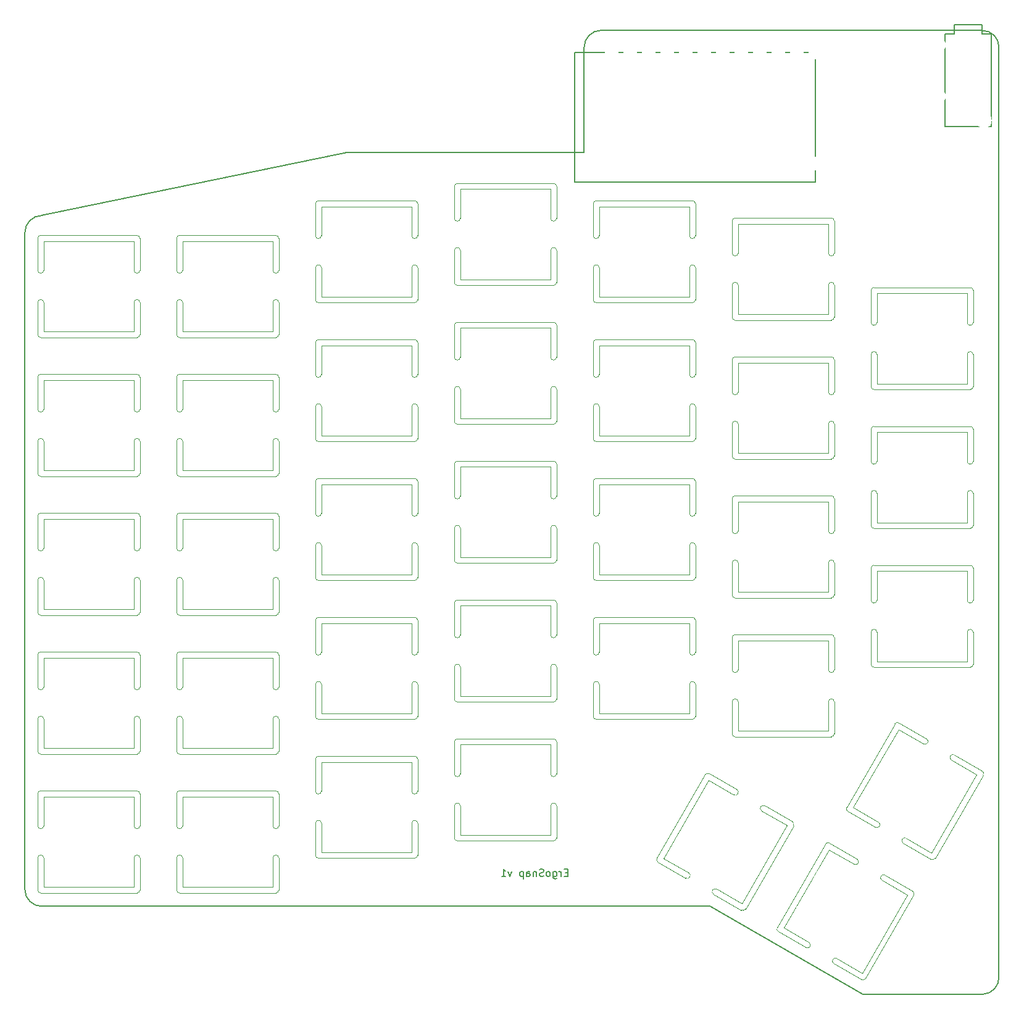
<source format=gbr>
G04 #@! TF.GenerationSoftware,KiCad,Pcbnew,5.1.2*
G04 #@! TF.CreationDate,2019-07-11T19:08:12+01:00*
G04 #@! TF.ProjectId,ergosnap,6572676f-736e-4617-902e-6b696361645f,1.0*
G04 #@! TF.SameCoordinates,Original*
G04 #@! TF.FileFunction,Legend,Bot*
G04 #@! TF.FilePolarity,Positive*
%FSLAX46Y46*%
G04 Gerber Fmt 4.6, Leading zero omitted, Abs format (unit mm)*
G04 Created by KiCad (PCBNEW 5.1.2) date 2019-07-11 19:08:12*
%MOMM*%
%LPD*%
G04 APERTURE LIST*
%ADD10C,0.150000*%
%ADD11C,0.100000*%
%ADD12O,2.100000X2.100000*%
%ADD13R,2.100000X2.100000*%
%ADD14O,2.000000X2.000000*%
%ADD15C,2.000000*%
%ADD16C,1.600000*%
%ADD17C,2.152600*%
%ADD18C,1.400000*%
%ADD19C,4.400000*%
%ADD20C,2.400000*%
%ADD21C,2.900000*%
%ADD22C,2.200000*%
%ADD23C,2.200000*%
%ADD24O,2.900000X2.200000*%
%ADD25C,1.924000*%
%ADD26C,6.800000*%
G04 APERTURE END LIST*
D10*
X152668000Y-138374571D02*
X152334666Y-138374571D01*
X152191809Y-138898380D02*
X152668000Y-138898380D01*
X152668000Y-137898380D01*
X152191809Y-137898380D01*
X151763238Y-138898380D02*
X151763238Y-138231714D01*
X151763238Y-138422190D02*
X151715619Y-138326952D01*
X151668000Y-138279333D01*
X151572761Y-138231714D01*
X151477523Y-138231714D01*
X150715619Y-138231714D02*
X150715619Y-139041238D01*
X150763238Y-139136476D01*
X150810857Y-139184095D01*
X150906095Y-139231714D01*
X151048952Y-139231714D01*
X151144190Y-139184095D01*
X150715619Y-138850761D02*
X150810857Y-138898380D01*
X151001333Y-138898380D01*
X151096571Y-138850761D01*
X151144190Y-138803142D01*
X151191809Y-138707904D01*
X151191809Y-138422190D01*
X151144190Y-138326952D01*
X151096571Y-138279333D01*
X151001333Y-138231714D01*
X150810857Y-138231714D01*
X150715619Y-138279333D01*
X150096571Y-138898380D02*
X150191809Y-138850761D01*
X150239428Y-138803142D01*
X150287047Y-138707904D01*
X150287047Y-138422190D01*
X150239428Y-138326952D01*
X150191809Y-138279333D01*
X150096571Y-138231714D01*
X149953714Y-138231714D01*
X149858476Y-138279333D01*
X149810857Y-138326952D01*
X149763238Y-138422190D01*
X149763238Y-138707904D01*
X149810857Y-138803142D01*
X149858476Y-138850761D01*
X149953714Y-138898380D01*
X150096571Y-138898380D01*
X149382285Y-138850761D02*
X149239428Y-138898380D01*
X149001333Y-138898380D01*
X148906095Y-138850761D01*
X148858476Y-138803142D01*
X148810857Y-138707904D01*
X148810857Y-138612666D01*
X148858476Y-138517428D01*
X148906095Y-138469809D01*
X149001333Y-138422190D01*
X149191809Y-138374571D01*
X149287047Y-138326952D01*
X149334666Y-138279333D01*
X149382285Y-138184095D01*
X149382285Y-138088857D01*
X149334666Y-137993619D01*
X149287047Y-137946000D01*
X149191809Y-137898380D01*
X148953714Y-137898380D01*
X148810857Y-137946000D01*
X148382285Y-138231714D02*
X148382285Y-138898380D01*
X148382285Y-138326952D02*
X148334666Y-138279333D01*
X148239428Y-138231714D01*
X148096571Y-138231714D01*
X148001333Y-138279333D01*
X147953714Y-138374571D01*
X147953714Y-138898380D01*
X147048952Y-138898380D02*
X147048952Y-138374571D01*
X147096571Y-138279333D01*
X147191809Y-138231714D01*
X147382285Y-138231714D01*
X147477523Y-138279333D01*
X147048952Y-138850761D02*
X147144190Y-138898380D01*
X147382285Y-138898380D01*
X147477523Y-138850761D01*
X147525142Y-138755523D01*
X147525142Y-138660285D01*
X147477523Y-138565047D01*
X147382285Y-138517428D01*
X147144190Y-138517428D01*
X147048952Y-138469809D01*
X146572761Y-138231714D02*
X146572761Y-139231714D01*
X146572761Y-138279333D02*
X146477523Y-138231714D01*
X146287047Y-138231714D01*
X146191809Y-138279333D01*
X146144190Y-138326952D01*
X146096571Y-138422190D01*
X146096571Y-138707904D01*
X146144190Y-138803142D01*
X146191809Y-138850761D01*
X146287047Y-138898380D01*
X146477523Y-138898380D01*
X146572761Y-138850761D01*
X145001333Y-138231714D02*
X144763238Y-138898380D01*
X144525142Y-138231714D01*
X143620380Y-138898380D02*
X144191809Y-138898380D01*
X143906095Y-138898380D02*
X143906095Y-137898380D01*
X144001333Y-138041238D01*
X144096571Y-138136476D01*
X144191809Y-138184095D01*
X209677000Y-155067000D02*
G75*
G03X211836000Y-152654000I-127000J2286000D01*
G01*
X154940000Y-39624000D02*
X122428000Y-39624000D01*
X154940000Y-25146000D02*
X154940000Y-39624000D01*
X209550000Y-22860000D02*
X157226000Y-22860000D01*
X211836000Y-58674000D02*
X211836000Y-25146000D01*
X209677000Y-155067000D02*
X193167000Y-155067000D01*
X211836000Y-126619000D02*
X211836000Y-152654000D01*
X172212000Y-143002000D02*
X193167000Y-155067000D01*
X211836000Y-122174000D02*
X211836000Y-126619000D01*
X211836000Y-110236000D02*
X211836000Y-122174000D01*
X211836000Y-58674000D02*
X211836000Y-110236000D01*
X211836000Y-25146000D02*
G75*
G03X209550000Y-22860000I-2286000J0D01*
G01*
X78232000Y-140716000D02*
X78232000Y-50546000D01*
X80518000Y-143002000D02*
X114808000Y-143002000D01*
X78232000Y-140716000D02*
G75*
G03X80518000Y-143002000I2286000J0D01*
G01*
X157226000Y-22860000D02*
G75*
G03X154940000Y-25146000I0J-2286000D01*
G01*
X80518000Y-48260000D02*
G75*
G03X78232000Y-50546000I0J-2286000D01*
G01*
X122428000Y-39624000D02*
X80518000Y-48260000D01*
X114808000Y-143002000D02*
X172212000Y-143002000D01*
X210820000Y-36068000D02*
X210820000Y-23368000D01*
X204470000Y-36068000D02*
X210820000Y-36068000D01*
X204470000Y-23368000D02*
X204470000Y-36068000D01*
X205740000Y-23368000D02*
X204470000Y-23368000D01*
X205740000Y-22098000D02*
X205740000Y-23368000D01*
X209550000Y-22098000D02*
X205740000Y-22098000D01*
X209550000Y-23368000D02*
X209550000Y-22098000D01*
X210820000Y-23368000D02*
X209550000Y-23368000D01*
D11*
X203077178Y-136418068D02*
X209677178Y-124986532D01*
X202584358Y-135671658D02*
X208784358Y-124932942D01*
X191845642Y-129471658D02*
X198045642Y-118732942D01*
X190952822Y-129418068D02*
X197552822Y-117986532D01*
X202584358Y-135671658D02*
X199120256Y-133671658D01*
X202530768Y-136564478D02*
X198720256Y-134364478D01*
X205320256Y-122932942D02*
X208784358Y-124932942D01*
X209530768Y-124440122D02*
X205720256Y-122240122D01*
X201509744Y-120732942D02*
X198045642Y-118732942D01*
X201909744Y-120040122D02*
X198099232Y-117840122D01*
X191845642Y-129471658D02*
X195309744Y-131471658D01*
X194909744Y-132164478D02*
X191099232Y-129964478D01*
X209530768Y-124440122D02*
G75*
G02X209677178Y-124986532I-200000J-346410D01*
G01*
X203077178Y-136418068D02*
G75*
G02X202530768Y-136564478I-346410J200000D01*
G01*
X191099232Y-129964478D02*
G75*
G02X190952822Y-129418068I200000J346410D01*
G01*
X197552822Y-117986532D02*
G75*
G02X198099232Y-117840122I346410J-200000D01*
G01*
X198720252Y-134364476D02*
G75*
G02X199120256Y-133671658I200004J346408D01*
G01*
X195309748Y-131471660D02*
G75*
G02X194909744Y-132164478I-200004J-346408D01*
G01*
X205320252Y-122932940D02*
G75*
G02X205720256Y-122240122I200004J346408D01*
G01*
X201909748Y-120040124D02*
G75*
G02X201509744Y-120732942I-200004J-346408D01*
G01*
X193552178Y-152916068D02*
X200152178Y-141484532D01*
X193059358Y-152169658D02*
X199259358Y-141430942D01*
X182320642Y-145969658D02*
X188520642Y-135230942D01*
X181427822Y-145916068D02*
X188027822Y-134484532D01*
X193059358Y-152169658D02*
X189595256Y-150169658D01*
X193005768Y-153062478D02*
X189195256Y-150862478D01*
X195795256Y-139430942D02*
X199259358Y-141430942D01*
X200005768Y-140938122D02*
X196195256Y-138738122D01*
X191984744Y-137230942D02*
X188520642Y-135230942D01*
X192384744Y-136538122D02*
X188574232Y-134338122D01*
X182320642Y-145969658D02*
X185784744Y-147969658D01*
X185384744Y-148662478D02*
X181574232Y-146462478D01*
X200005768Y-140938122D02*
G75*
G02X200152178Y-141484532I-200000J-346410D01*
G01*
X193552178Y-152916068D02*
G75*
G02X193005768Y-153062478I-346410J200000D01*
G01*
X181574232Y-146462478D02*
G75*
G02X181427822Y-145916068I200000J346410D01*
G01*
X188027822Y-134484532D02*
G75*
G02X188574232Y-134338122I346410J-200000D01*
G01*
X189195252Y-150862476D02*
G75*
G02X189595256Y-150169658I200004J346408D01*
G01*
X185784748Y-147969660D02*
G75*
G02X185384744Y-148662478I-200004J-346408D01*
G01*
X195795252Y-139430940D02*
G75*
G02X196195256Y-138738122I200004J346408D01*
G01*
X192384748Y-136538124D02*
G75*
G02X191984744Y-137230942I-200004J-346408D01*
G01*
X177054178Y-143391018D02*
X183654178Y-131959482D01*
X176561358Y-142644608D02*
X182761358Y-131905892D01*
X165822642Y-136444608D02*
X172022642Y-125705892D01*
X164929822Y-136391018D02*
X171529822Y-124959482D01*
X176561358Y-142644608D02*
X173097256Y-140644608D01*
X176507768Y-143537428D02*
X172697256Y-141337428D01*
X179297256Y-129905892D02*
X182761358Y-131905892D01*
X183507768Y-131413072D02*
X179697256Y-129213072D01*
X175486744Y-127705892D02*
X172022642Y-125705892D01*
X175886744Y-127013072D02*
X172076232Y-124813072D01*
X165822642Y-136444608D02*
X169286744Y-138444608D01*
X168886744Y-139137428D02*
X165076232Y-136937428D01*
X183507768Y-131413072D02*
G75*
G02X183654178Y-131959482I-200000J-346410D01*
G01*
X177054178Y-143391018D02*
G75*
G02X176507768Y-143537428I-346410J200000D01*
G01*
X165076232Y-136937428D02*
G75*
G02X164929822Y-136391018I200000J346410D01*
G01*
X171529822Y-124959482D02*
G75*
G02X172076232Y-124813072I346410J-200000D01*
G01*
X172697252Y-141337426D02*
G75*
G02X173097256Y-140644608I200004J346408D01*
G01*
X169286748Y-138444610D02*
G75*
G02X168886744Y-139137428I-200004J-346408D01*
G01*
X179297252Y-129905890D02*
G75*
G02X179697256Y-129213072I200004J346408D01*
G01*
X175886748Y-127013074D02*
G75*
G02X175486744Y-127705892I-200004J-346408D01*
G01*
X137545000Y-134031750D02*
X150745000Y-134031750D01*
X137945000Y-133231750D02*
X150345000Y-133231750D01*
X137945000Y-120831750D02*
X150345000Y-120831750D01*
X137545000Y-120031750D02*
X150745000Y-120031750D01*
X137945000Y-133231750D02*
X137945000Y-129231750D01*
X137145000Y-133631750D02*
X137145000Y-129231750D01*
X150345000Y-129231750D02*
X150345000Y-133231750D01*
X151145000Y-133631750D02*
X151145000Y-129231750D01*
X150345000Y-124831750D02*
X150345000Y-120831750D01*
X151145000Y-124831750D02*
X151145000Y-120431750D01*
X137945000Y-120831750D02*
X137945000Y-124831750D01*
X137145000Y-124831750D02*
X137145000Y-120431750D01*
X151145000Y-133631750D02*
G75*
G02X150745000Y-134031750I-400000J0D01*
G01*
X137545000Y-134031750D02*
G75*
G02X137145000Y-133631750I0J400000D01*
G01*
X137145000Y-120431750D02*
G75*
G02X137545000Y-120031750I400000J0D01*
G01*
X150745000Y-120031750D02*
G75*
G02X151145000Y-120431750I0J-400000D01*
G01*
X137145000Y-129231745D02*
G75*
G02X137945000Y-129231750I400000J-5D01*
G01*
X137945000Y-124831755D02*
G75*
G02X137145000Y-124831750I-400000J5D01*
G01*
X150345000Y-129231745D02*
G75*
G02X151145000Y-129231750I400000J-5D01*
G01*
X151145000Y-124831755D02*
G75*
G02X150345000Y-124831750I-400000J5D01*
G01*
X118495000Y-136413000D02*
X131695000Y-136413000D01*
X118895000Y-135613000D02*
X131295000Y-135613000D01*
X118895000Y-123213000D02*
X131295000Y-123213000D01*
X118495000Y-122413000D02*
X131695000Y-122413000D01*
X118895000Y-135613000D02*
X118895000Y-131613000D01*
X118095000Y-136013000D02*
X118095000Y-131613000D01*
X131295000Y-131613000D02*
X131295000Y-135613000D01*
X132095000Y-136013000D02*
X132095000Y-131613000D01*
X131295000Y-127213000D02*
X131295000Y-123213000D01*
X132095000Y-127213000D02*
X132095000Y-122813000D01*
X118895000Y-123213000D02*
X118895000Y-127213000D01*
X118095000Y-127213000D02*
X118095000Y-122813000D01*
X132095000Y-136013000D02*
G75*
G02X131695000Y-136413000I-400000J0D01*
G01*
X118495000Y-136413000D02*
G75*
G02X118095000Y-136013000I0J400000D01*
G01*
X118095000Y-122813000D02*
G75*
G02X118495000Y-122413000I400000J0D01*
G01*
X131695000Y-122413000D02*
G75*
G02X132095000Y-122813000I0J-400000D01*
G01*
X118095000Y-131612995D02*
G75*
G02X118895000Y-131613000I400000J-5D01*
G01*
X118895000Y-127213005D02*
G75*
G02X118095000Y-127213000I-400000J5D01*
G01*
X131295000Y-131612995D02*
G75*
G02X132095000Y-131613000I400000J-5D01*
G01*
X132095000Y-127213005D02*
G75*
G02X131295000Y-127213000I-400000J5D01*
G01*
X99445000Y-141175500D02*
X112645000Y-141175500D01*
X99845000Y-140375500D02*
X112245000Y-140375500D01*
X99845000Y-127975500D02*
X112245000Y-127975500D01*
X99445000Y-127175500D02*
X112645000Y-127175500D01*
X99845000Y-140375500D02*
X99845000Y-136375500D01*
X99045000Y-140775500D02*
X99045000Y-136375500D01*
X112245000Y-136375500D02*
X112245000Y-140375500D01*
X113045000Y-140775500D02*
X113045000Y-136375500D01*
X112245000Y-131975500D02*
X112245000Y-127975500D01*
X113045000Y-131975500D02*
X113045000Y-127575500D01*
X99845000Y-127975500D02*
X99845000Y-131975500D01*
X99045000Y-131975500D02*
X99045000Y-127575500D01*
X113045000Y-140775500D02*
G75*
G02X112645000Y-141175500I-400000J0D01*
G01*
X99445000Y-141175500D02*
G75*
G02X99045000Y-140775500I0J400000D01*
G01*
X99045000Y-127575500D02*
G75*
G02X99445000Y-127175500I400000J0D01*
G01*
X112645000Y-127175500D02*
G75*
G02X113045000Y-127575500I0J-400000D01*
G01*
X99045000Y-136375495D02*
G75*
G02X99845000Y-136375500I400000J-5D01*
G01*
X99845000Y-131975505D02*
G75*
G02X99045000Y-131975500I-400000J5D01*
G01*
X112245000Y-136375495D02*
G75*
G02X113045000Y-136375500I400000J-5D01*
G01*
X113045000Y-131975505D02*
G75*
G02X112245000Y-131975500I-400000J5D01*
G01*
X80395000Y-141175500D02*
X93595000Y-141175500D01*
X80795000Y-140375500D02*
X93195000Y-140375500D01*
X80795000Y-127975500D02*
X93195000Y-127975500D01*
X80395000Y-127175500D02*
X93595000Y-127175500D01*
X80795000Y-140375500D02*
X80795000Y-136375500D01*
X79995000Y-140775500D02*
X79995000Y-136375500D01*
X93195000Y-136375500D02*
X93195000Y-140375500D01*
X93995000Y-140775500D02*
X93995000Y-136375500D01*
X93195000Y-131975500D02*
X93195000Y-127975500D01*
X93995000Y-131975500D02*
X93995000Y-127575500D01*
X80795000Y-127975500D02*
X80795000Y-131975500D01*
X79995000Y-131975500D02*
X79995000Y-127575500D01*
X93995000Y-140775500D02*
G75*
G02X93595000Y-141175500I-400000J0D01*
G01*
X80395000Y-141175500D02*
G75*
G02X79995000Y-140775500I0J400000D01*
G01*
X79995000Y-127575500D02*
G75*
G02X80395000Y-127175500I400000J0D01*
G01*
X93595000Y-127175500D02*
G75*
G02X93995000Y-127575500I0J-400000D01*
G01*
X79995000Y-136375495D02*
G75*
G02X80795000Y-136375500I400000J-5D01*
G01*
X80795000Y-131975505D02*
G75*
G02X79995000Y-131975500I-400000J5D01*
G01*
X93195000Y-136375495D02*
G75*
G02X93995000Y-136375500I400000J-5D01*
G01*
X93995000Y-131975505D02*
G75*
G02X93195000Y-131975500I-400000J5D01*
G01*
X194695000Y-110219250D02*
X207895000Y-110219250D01*
X195095000Y-109419250D02*
X207495000Y-109419250D01*
X195095000Y-97019250D02*
X207495000Y-97019250D01*
X194695000Y-96219250D02*
X207895000Y-96219250D01*
X195095000Y-109419250D02*
X195095000Y-105419250D01*
X194295000Y-109819250D02*
X194295000Y-105419250D01*
X207495000Y-105419250D02*
X207495000Y-109419250D01*
X208295000Y-109819250D02*
X208295000Y-105419250D01*
X207495000Y-101019250D02*
X207495000Y-97019250D01*
X208295000Y-101019250D02*
X208295000Y-96619250D01*
X195095000Y-97019250D02*
X195095000Y-101019250D01*
X194295000Y-101019250D02*
X194295000Y-96619250D01*
X208295000Y-109819250D02*
G75*
G02X207895000Y-110219250I-400000J0D01*
G01*
X194695000Y-110219250D02*
G75*
G02X194295000Y-109819250I0J400000D01*
G01*
X194295000Y-96619250D02*
G75*
G02X194695000Y-96219250I400000J0D01*
G01*
X207895000Y-96219250D02*
G75*
G02X208295000Y-96619250I0J-400000D01*
G01*
X194295000Y-105419245D02*
G75*
G02X195095000Y-105419250I400000J-5D01*
G01*
X195095000Y-101019255D02*
G75*
G02X194295000Y-101019250I-400000J5D01*
G01*
X207495000Y-105419245D02*
G75*
G02X208295000Y-105419250I400000J-5D01*
G01*
X208295000Y-101019255D02*
G75*
G02X207495000Y-101019250I-400000J5D01*
G01*
X194695000Y-91169250D02*
X207895000Y-91169250D01*
X195095000Y-90369250D02*
X207495000Y-90369250D01*
X195095000Y-77969250D02*
X207495000Y-77969250D01*
X194695000Y-77169250D02*
X207895000Y-77169250D01*
X195095000Y-90369250D02*
X195095000Y-86369250D01*
X194295000Y-90769250D02*
X194295000Y-86369250D01*
X207495000Y-86369250D02*
X207495000Y-90369250D01*
X208295000Y-90769250D02*
X208295000Y-86369250D01*
X207495000Y-81969250D02*
X207495000Y-77969250D01*
X208295000Y-81969250D02*
X208295000Y-77569250D01*
X195095000Y-77969250D02*
X195095000Y-81969250D01*
X194295000Y-81969250D02*
X194295000Y-77569250D01*
X208295000Y-90769250D02*
G75*
G02X207895000Y-91169250I-400000J0D01*
G01*
X194695000Y-91169250D02*
G75*
G02X194295000Y-90769250I0J400000D01*
G01*
X194295000Y-77569250D02*
G75*
G02X194695000Y-77169250I400000J0D01*
G01*
X207895000Y-77169250D02*
G75*
G02X208295000Y-77569250I0J-400000D01*
G01*
X194295000Y-86369245D02*
G75*
G02X195095000Y-86369250I400000J-5D01*
G01*
X195095000Y-81969255D02*
G75*
G02X194295000Y-81969250I-400000J5D01*
G01*
X207495000Y-86369245D02*
G75*
G02X208295000Y-86369250I400000J-5D01*
G01*
X208295000Y-81969255D02*
G75*
G02X207495000Y-81969250I-400000J5D01*
G01*
X194695000Y-72119250D02*
X207895000Y-72119250D01*
X195095000Y-71319250D02*
X207495000Y-71319250D01*
X195095000Y-58919250D02*
X207495000Y-58919250D01*
X194695000Y-58119250D02*
X207895000Y-58119250D01*
X195095000Y-71319250D02*
X195095000Y-67319250D01*
X194295000Y-71719250D02*
X194295000Y-67319250D01*
X207495000Y-67319250D02*
X207495000Y-71319250D01*
X208295000Y-71719250D02*
X208295000Y-67319250D01*
X207495000Y-62919250D02*
X207495000Y-58919250D01*
X208295000Y-62919250D02*
X208295000Y-58519250D01*
X195095000Y-58919250D02*
X195095000Y-62919250D01*
X194295000Y-62919250D02*
X194295000Y-58519250D01*
X208295000Y-71719250D02*
G75*
G02X207895000Y-72119250I-400000J0D01*
G01*
X194695000Y-72119250D02*
G75*
G02X194295000Y-71719250I0J400000D01*
G01*
X194295000Y-58519250D02*
G75*
G02X194695000Y-58119250I400000J0D01*
G01*
X207895000Y-58119250D02*
G75*
G02X208295000Y-58519250I0J-400000D01*
G01*
X194295000Y-67319245D02*
G75*
G02X195095000Y-67319250I400000J-5D01*
G01*
X195095000Y-62919255D02*
G75*
G02X194295000Y-62919250I-400000J5D01*
G01*
X207495000Y-67319245D02*
G75*
G02X208295000Y-67319250I400000J-5D01*
G01*
X208295000Y-62919255D02*
G75*
G02X207495000Y-62919250I-400000J5D01*
G01*
X175645000Y-119744250D02*
X188845000Y-119744250D01*
X176045000Y-118944250D02*
X188445000Y-118944250D01*
X176045000Y-106544250D02*
X188445000Y-106544250D01*
X175645000Y-105744250D02*
X188845000Y-105744250D01*
X176045000Y-118944250D02*
X176045000Y-114944250D01*
X175245000Y-119344250D02*
X175245000Y-114944250D01*
X188445000Y-114944250D02*
X188445000Y-118944250D01*
X189245000Y-119344250D02*
X189245000Y-114944250D01*
X188445000Y-110544250D02*
X188445000Y-106544250D01*
X189245000Y-110544250D02*
X189245000Y-106144250D01*
X176045000Y-106544250D02*
X176045000Y-110544250D01*
X175245000Y-110544250D02*
X175245000Y-106144250D01*
X189245000Y-119344250D02*
G75*
G02X188845000Y-119744250I-400000J0D01*
G01*
X175645000Y-119744250D02*
G75*
G02X175245000Y-119344250I0J400000D01*
G01*
X175245000Y-106144250D02*
G75*
G02X175645000Y-105744250I400000J0D01*
G01*
X188845000Y-105744250D02*
G75*
G02X189245000Y-106144250I0J-400000D01*
G01*
X175245000Y-114944245D02*
G75*
G02X176045000Y-114944250I400000J-5D01*
G01*
X176045000Y-110544255D02*
G75*
G02X175245000Y-110544250I-400000J5D01*
G01*
X188445000Y-114944245D02*
G75*
G02X189245000Y-114944250I400000J-5D01*
G01*
X189245000Y-110544255D02*
G75*
G02X188445000Y-110544250I-400000J5D01*
G01*
X175645000Y-100694250D02*
X188845000Y-100694250D01*
X176045000Y-99894250D02*
X188445000Y-99894250D01*
X176045000Y-87494250D02*
X188445000Y-87494250D01*
X175645000Y-86694250D02*
X188845000Y-86694250D01*
X176045000Y-99894250D02*
X176045000Y-95894250D01*
X175245000Y-100294250D02*
X175245000Y-95894250D01*
X188445000Y-95894250D02*
X188445000Y-99894250D01*
X189245000Y-100294250D02*
X189245000Y-95894250D01*
X188445000Y-91494250D02*
X188445000Y-87494250D01*
X189245000Y-91494250D02*
X189245000Y-87094250D01*
X176045000Y-87494250D02*
X176045000Y-91494250D01*
X175245000Y-91494250D02*
X175245000Y-87094250D01*
X189245000Y-100294250D02*
G75*
G02X188845000Y-100694250I-400000J0D01*
G01*
X175645000Y-100694250D02*
G75*
G02X175245000Y-100294250I0J400000D01*
G01*
X175245000Y-87094250D02*
G75*
G02X175645000Y-86694250I400000J0D01*
G01*
X188845000Y-86694250D02*
G75*
G02X189245000Y-87094250I0J-400000D01*
G01*
X175245000Y-95894245D02*
G75*
G02X176045000Y-95894250I400000J-5D01*
G01*
X176045000Y-91494255D02*
G75*
G02X175245000Y-91494250I-400000J5D01*
G01*
X188445000Y-95894245D02*
G75*
G02X189245000Y-95894250I400000J-5D01*
G01*
X189245000Y-91494255D02*
G75*
G02X188445000Y-91494250I-400000J5D01*
G01*
X175645000Y-81644250D02*
X188845000Y-81644250D01*
X176045000Y-80844250D02*
X188445000Y-80844250D01*
X176045000Y-68444250D02*
X188445000Y-68444250D01*
X175645000Y-67644250D02*
X188845000Y-67644250D01*
X176045000Y-80844250D02*
X176045000Y-76844250D01*
X175245000Y-81244250D02*
X175245000Y-76844250D01*
X188445000Y-76844250D02*
X188445000Y-80844250D01*
X189245000Y-81244250D02*
X189245000Y-76844250D01*
X188445000Y-72444250D02*
X188445000Y-68444250D01*
X189245000Y-72444250D02*
X189245000Y-68044250D01*
X176045000Y-68444250D02*
X176045000Y-72444250D01*
X175245000Y-72444250D02*
X175245000Y-68044250D01*
X189245000Y-81244250D02*
G75*
G02X188845000Y-81644250I-400000J0D01*
G01*
X175645000Y-81644250D02*
G75*
G02X175245000Y-81244250I0J400000D01*
G01*
X175245000Y-68044250D02*
G75*
G02X175645000Y-67644250I400000J0D01*
G01*
X188845000Y-67644250D02*
G75*
G02X189245000Y-68044250I0J-400000D01*
G01*
X175245000Y-76844245D02*
G75*
G02X176045000Y-76844250I400000J-5D01*
G01*
X176045000Y-72444255D02*
G75*
G02X175245000Y-72444250I-400000J5D01*
G01*
X188445000Y-76844245D02*
G75*
G02X189245000Y-76844250I400000J-5D01*
G01*
X189245000Y-72444255D02*
G75*
G02X188445000Y-72444250I-400000J5D01*
G01*
X175645000Y-62594250D02*
X188845000Y-62594250D01*
X176045000Y-61794250D02*
X188445000Y-61794250D01*
X176045000Y-49394250D02*
X188445000Y-49394250D01*
X175645000Y-48594250D02*
X188845000Y-48594250D01*
X176045000Y-61794250D02*
X176045000Y-57794250D01*
X175245000Y-62194250D02*
X175245000Y-57794250D01*
X188445000Y-57794250D02*
X188445000Y-61794250D01*
X189245000Y-62194250D02*
X189245000Y-57794250D01*
X188445000Y-53394250D02*
X188445000Y-49394250D01*
X189245000Y-53394250D02*
X189245000Y-48994250D01*
X176045000Y-49394250D02*
X176045000Y-53394250D01*
X175245000Y-53394250D02*
X175245000Y-48994250D01*
X189245000Y-62194250D02*
G75*
G02X188845000Y-62594250I-400000J0D01*
G01*
X175645000Y-62594250D02*
G75*
G02X175245000Y-62194250I0J400000D01*
G01*
X175245000Y-48994250D02*
G75*
G02X175645000Y-48594250I400000J0D01*
G01*
X188845000Y-48594250D02*
G75*
G02X189245000Y-48994250I0J-400000D01*
G01*
X175245000Y-57794245D02*
G75*
G02X176045000Y-57794250I400000J-5D01*
G01*
X176045000Y-53394255D02*
G75*
G02X175245000Y-53394250I-400000J5D01*
G01*
X188445000Y-57794245D02*
G75*
G02X189245000Y-57794250I400000J-5D01*
G01*
X189245000Y-53394255D02*
G75*
G02X188445000Y-53394250I-400000J5D01*
G01*
X156595000Y-117363000D02*
X169795000Y-117363000D01*
X156995000Y-116563000D02*
X169395000Y-116563000D01*
X156995000Y-104163000D02*
X169395000Y-104163000D01*
X156595000Y-103363000D02*
X169795000Y-103363000D01*
X156995000Y-116563000D02*
X156995000Y-112563000D01*
X156195000Y-116963000D02*
X156195000Y-112563000D01*
X169395000Y-112563000D02*
X169395000Y-116563000D01*
X170195000Y-116963000D02*
X170195000Y-112563000D01*
X169395000Y-108163000D02*
X169395000Y-104163000D01*
X170195000Y-108163000D02*
X170195000Y-103763000D01*
X156995000Y-104163000D02*
X156995000Y-108163000D01*
X156195000Y-108163000D02*
X156195000Y-103763000D01*
X170195000Y-116963000D02*
G75*
G02X169795000Y-117363000I-400000J0D01*
G01*
X156595000Y-117363000D02*
G75*
G02X156195000Y-116963000I0J400000D01*
G01*
X156195000Y-103763000D02*
G75*
G02X156595000Y-103363000I400000J0D01*
G01*
X169795000Y-103363000D02*
G75*
G02X170195000Y-103763000I0J-400000D01*
G01*
X156195000Y-112562995D02*
G75*
G02X156995000Y-112563000I400000J-5D01*
G01*
X156995000Y-108163005D02*
G75*
G02X156195000Y-108163000I-400000J5D01*
G01*
X169395000Y-112562995D02*
G75*
G02X170195000Y-112563000I400000J-5D01*
G01*
X170195000Y-108163005D02*
G75*
G02X169395000Y-108163000I-400000J5D01*
G01*
X156595000Y-98313000D02*
X169795000Y-98313000D01*
X156995000Y-97513000D02*
X169395000Y-97513000D01*
X156995000Y-85113000D02*
X169395000Y-85113000D01*
X156595000Y-84313000D02*
X169795000Y-84313000D01*
X156995000Y-97513000D02*
X156995000Y-93513000D01*
X156195000Y-97913000D02*
X156195000Y-93513000D01*
X169395000Y-93513000D02*
X169395000Y-97513000D01*
X170195000Y-97913000D02*
X170195000Y-93513000D01*
X169395000Y-89113000D02*
X169395000Y-85113000D01*
X170195000Y-89113000D02*
X170195000Y-84713000D01*
X156995000Y-85113000D02*
X156995000Y-89113000D01*
X156195000Y-89113000D02*
X156195000Y-84713000D01*
X170195000Y-97913000D02*
G75*
G02X169795000Y-98313000I-400000J0D01*
G01*
X156595000Y-98313000D02*
G75*
G02X156195000Y-97913000I0J400000D01*
G01*
X156195000Y-84713000D02*
G75*
G02X156595000Y-84313000I400000J0D01*
G01*
X169795000Y-84313000D02*
G75*
G02X170195000Y-84713000I0J-400000D01*
G01*
X156195000Y-93512995D02*
G75*
G02X156995000Y-93513000I400000J-5D01*
G01*
X156995000Y-89113005D02*
G75*
G02X156195000Y-89113000I-400000J5D01*
G01*
X169395000Y-93512995D02*
G75*
G02X170195000Y-93513000I400000J-5D01*
G01*
X170195000Y-89113005D02*
G75*
G02X169395000Y-89113000I-400000J5D01*
G01*
X156595000Y-79263000D02*
X169795000Y-79263000D01*
X156995000Y-78463000D02*
X169395000Y-78463000D01*
X156995000Y-66063000D02*
X169395000Y-66063000D01*
X156595000Y-65263000D02*
X169795000Y-65263000D01*
X156995000Y-78463000D02*
X156995000Y-74463000D01*
X156195000Y-78863000D02*
X156195000Y-74463000D01*
X169395000Y-74463000D02*
X169395000Y-78463000D01*
X170195000Y-78863000D02*
X170195000Y-74463000D01*
X169395000Y-70063000D02*
X169395000Y-66063000D01*
X170195000Y-70063000D02*
X170195000Y-65663000D01*
X156995000Y-66063000D02*
X156995000Y-70063000D01*
X156195000Y-70063000D02*
X156195000Y-65663000D01*
X170195000Y-78863000D02*
G75*
G02X169795000Y-79263000I-400000J0D01*
G01*
X156595000Y-79263000D02*
G75*
G02X156195000Y-78863000I0J400000D01*
G01*
X156195000Y-65663000D02*
G75*
G02X156595000Y-65263000I400000J0D01*
G01*
X169795000Y-65263000D02*
G75*
G02X170195000Y-65663000I0J-400000D01*
G01*
X156195000Y-74462995D02*
G75*
G02X156995000Y-74463000I400000J-5D01*
G01*
X156995000Y-70063005D02*
G75*
G02X156195000Y-70063000I-400000J5D01*
G01*
X169395000Y-74462995D02*
G75*
G02X170195000Y-74463000I400000J-5D01*
G01*
X170195000Y-70063005D02*
G75*
G02X169395000Y-70063000I-400000J5D01*
G01*
X156595000Y-60213000D02*
X169795000Y-60213000D01*
X156995000Y-59413000D02*
X169395000Y-59413000D01*
X156995000Y-47013000D02*
X169395000Y-47013000D01*
X156595000Y-46213000D02*
X169795000Y-46213000D01*
X156995000Y-59413000D02*
X156995000Y-55413000D01*
X156195000Y-59813000D02*
X156195000Y-55413000D01*
X169395000Y-55413000D02*
X169395000Y-59413000D01*
X170195000Y-59813000D02*
X170195000Y-55413000D01*
X169395000Y-51013000D02*
X169395000Y-47013000D01*
X170195000Y-51013000D02*
X170195000Y-46613000D01*
X156995000Y-47013000D02*
X156995000Y-51013000D01*
X156195000Y-51013000D02*
X156195000Y-46613000D01*
X170195000Y-59813000D02*
G75*
G02X169795000Y-60213000I-400000J0D01*
G01*
X156595000Y-60213000D02*
G75*
G02X156195000Y-59813000I0J400000D01*
G01*
X156195000Y-46613000D02*
G75*
G02X156595000Y-46213000I400000J0D01*
G01*
X169795000Y-46213000D02*
G75*
G02X170195000Y-46613000I0J-400000D01*
G01*
X156195000Y-55412995D02*
G75*
G02X156995000Y-55413000I400000J-5D01*
G01*
X156995000Y-51013005D02*
G75*
G02X156195000Y-51013000I-400000J5D01*
G01*
X169395000Y-55412995D02*
G75*
G02X170195000Y-55413000I400000J-5D01*
G01*
X170195000Y-51013005D02*
G75*
G02X169395000Y-51013000I-400000J5D01*
G01*
X137545000Y-114981750D02*
X150745000Y-114981750D01*
X137945000Y-114181750D02*
X150345000Y-114181750D01*
X137945000Y-101781750D02*
X150345000Y-101781750D01*
X137545000Y-100981750D02*
X150745000Y-100981750D01*
X137945000Y-114181750D02*
X137945000Y-110181750D01*
X137145000Y-114581750D02*
X137145000Y-110181750D01*
X150345000Y-110181750D02*
X150345000Y-114181750D01*
X151145000Y-114581750D02*
X151145000Y-110181750D01*
X150345000Y-105781750D02*
X150345000Y-101781750D01*
X151145000Y-105781750D02*
X151145000Y-101381750D01*
X137945000Y-101781750D02*
X137945000Y-105781750D01*
X137145000Y-105781750D02*
X137145000Y-101381750D01*
X151145000Y-114581750D02*
G75*
G02X150745000Y-114981750I-400000J0D01*
G01*
X137545000Y-114981750D02*
G75*
G02X137145000Y-114581750I0J400000D01*
G01*
X137145000Y-101381750D02*
G75*
G02X137545000Y-100981750I400000J0D01*
G01*
X150745000Y-100981750D02*
G75*
G02X151145000Y-101381750I0J-400000D01*
G01*
X137145000Y-110181745D02*
G75*
G02X137945000Y-110181750I400000J-5D01*
G01*
X137945000Y-105781755D02*
G75*
G02X137145000Y-105781750I-400000J5D01*
G01*
X150345000Y-110181745D02*
G75*
G02X151145000Y-110181750I400000J-5D01*
G01*
X151145000Y-105781755D02*
G75*
G02X150345000Y-105781750I-400000J5D01*
G01*
X137545000Y-95931750D02*
X150745000Y-95931750D01*
X137945000Y-95131750D02*
X150345000Y-95131750D01*
X137945000Y-82731750D02*
X150345000Y-82731750D01*
X137545000Y-81931750D02*
X150745000Y-81931750D01*
X137945000Y-95131750D02*
X137945000Y-91131750D01*
X137145000Y-95531750D02*
X137145000Y-91131750D01*
X150345000Y-91131750D02*
X150345000Y-95131750D01*
X151145000Y-95531750D02*
X151145000Y-91131750D01*
X150345000Y-86731750D02*
X150345000Y-82731750D01*
X151145000Y-86731750D02*
X151145000Y-82331750D01*
X137945000Y-82731750D02*
X137945000Y-86731750D01*
X137145000Y-86731750D02*
X137145000Y-82331750D01*
X151145000Y-95531750D02*
G75*
G02X150745000Y-95931750I-400000J0D01*
G01*
X137545000Y-95931750D02*
G75*
G02X137145000Y-95531750I0J400000D01*
G01*
X137145000Y-82331750D02*
G75*
G02X137545000Y-81931750I400000J0D01*
G01*
X150745000Y-81931750D02*
G75*
G02X151145000Y-82331750I0J-400000D01*
G01*
X137145000Y-91131745D02*
G75*
G02X137945000Y-91131750I400000J-5D01*
G01*
X137945000Y-86731755D02*
G75*
G02X137145000Y-86731750I-400000J5D01*
G01*
X150345000Y-91131745D02*
G75*
G02X151145000Y-91131750I400000J-5D01*
G01*
X151145000Y-86731755D02*
G75*
G02X150345000Y-86731750I-400000J5D01*
G01*
X137545000Y-76881750D02*
X150745000Y-76881750D01*
X137945000Y-76081750D02*
X150345000Y-76081750D01*
X137945000Y-63681750D02*
X150345000Y-63681750D01*
X137545000Y-62881750D02*
X150745000Y-62881750D01*
X137945000Y-76081750D02*
X137945000Y-72081750D01*
X137145000Y-76481750D02*
X137145000Y-72081750D01*
X150345000Y-72081750D02*
X150345000Y-76081750D01*
X151145000Y-76481750D02*
X151145000Y-72081750D01*
X150345000Y-67681750D02*
X150345000Y-63681750D01*
X151145000Y-67681750D02*
X151145000Y-63281750D01*
X137945000Y-63681750D02*
X137945000Y-67681750D01*
X137145000Y-67681750D02*
X137145000Y-63281750D01*
X151145000Y-76481750D02*
G75*
G02X150745000Y-76881750I-400000J0D01*
G01*
X137545000Y-76881750D02*
G75*
G02X137145000Y-76481750I0J400000D01*
G01*
X137145000Y-63281750D02*
G75*
G02X137545000Y-62881750I400000J0D01*
G01*
X150745000Y-62881750D02*
G75*
G02X151145000Y-63281750I0J-400000D01*
G01*
X137145000Y-72081745D02*
G75*
G02X137945000Y-72081750I400000J-5D01*
G01*
X137945000Y-67681755D02*
G75*
G02X137145000Y-67681750I-400000J5D01*
G01*
X150345000Y-72081745D02*
G75*
G02X151145000Y-72081750I400000J-5D01*
G01*
X151145000Y-67681755D02*
G75*
G02X150345000Y-67681750I-400000J5D01*
G01*
X137545000Y-57831750D02*
X150745000Y-57831750D01*
X137945000Y-57031750D02*
X150345000Y-57031750D01*
X137945000Y-44631750D02*
X150345000Y-44631750D01*
X137545000Y-43831750D02*
X150745000Y-43831750D01*
X137945000Y-57031750D02*
X137945000Y-53031750D01*
X137145000Y-57431750D02*
X137145000Y-53031750D01*
X150345000Y-53031750D02*
X150345000Y-57031750D01*
X151145000Y-57431750D02*
X151145000Y-53031750D01*
X150345000Y-48631750D02*
X150345000Y-44631750D01*
X151145000Y-48631750D02*
X151145000Y-44231750D01*
X137945000Y-44631750D02*
X137945000Y-48631750D01*
X137145000Y-48631750D02*
X137145000Y-44231750D01*
X151145000Y-57431750D02*
G75*
G02X150745000Y-57831750I-400000J0D01*
G01*
X137545000Y-57831750D02*
G75*
G02X137145000Y-57431750I0J400000D01*
G01*
X137145000Y-44231750D02*
G75*
G02X137545000Y-43831750I400000J0D01*
G01*
X150745000Y-43831750D02*
G75*
G02X151145000Y-44231750I0J-400000D01*
G01*
X137145000Y-53031745D02*
G75*
G02X137945000Y-53031750I400000J-5D01*
G01*
X137945000Y-48631755D02*
G75*
G02X137145000Y-48631750I-400000J5D01*
G01*
X150345000Y-53031745D02*
G75*
G02X151145000Y-53031750I400000J-5D01*
G01*
X151145000Y-48631755D02*
G75*
G02X150345000Y-48631750I-400000J5D01*
G01*
X118495000Y-117363000D02*
X131695000Y-117363000D01*
X118895000Y-116563000D02*
X131295000Y-116563000D01*
X118895000Y-104163000D02*
X131295000Y-104163000D01*
X118495000Y-103363000D02*
X131695000Y-103363000D01*
X118895000Y-116563000D02*
X118895000Y-112563000D01*
X118095000Y-116963000D02*
X118095000Y-112563000D01*
X131295000Y-112563000D02*
X131295000Y-116563000D01*
X132095000Y-116963000D02*
X132095000Y-112563000D01*
X131295000Y-108163000D02*
X131295000Y-104163000D01*
X132095000Y-108163000D02*
X132095000Y-103763000D01*
X118895000Y-104163000D02*
X118895000Y-108163000D01*
X118095000Y-108163000D02*
X118095000Y-103763000D01*
X132095000Y-116963000D02*
G75*
G02X131695000Y-117363000I-400000J0D01*
G01*
X118495000Y-117363000D02*
G75*
G02X118095000Y-116963000I0J400000D01*
G01*
X118095000Y-103763000D02*
G75*
G02X118495000Y-103363000I400000J0D01*
G01*
X131695000Y-103363000D02*
G75*
G02X132095000Y-103763000I0J-400000D01*
G01*
X118095000Y-112562995D02*
G75*
G02X118895000Y-112563000I400000J-5D01*
G01*
X118895000Y-108163005D02*
G75*
G02X118095000Y-108163000I-400000J5D01*
G01*
X131295000Y-112562995D02*
G75*
G02X132095000Y-112563000I400000J-5D01*
G01*
X132095000Y-108163005D02*
G75*
G02X131295000Y-108163000I-400000J5D01*
G01*
X118495000Y-98313000D02*
X131695000Y-98313000D01*
X118895000Y-97513000D02*
X131295000Y-97513000D01*
X118895000Y-85113000D02*
X131295000Y-85113000D01*
X118495000Y-84313000D02*
X131695000Y-84313000D01*
X118895000Y-97513000D02*
X118895000Y-93513000D01*
X118095000Y-97913000D02*
X118095000Y-93513000D01*
X131295000Y-93513000D02*
X131295000Y-97513000D01*
X132095000Y-97913000D02*
X132095000Y-93513000D01*
X131295000Y-89113000D02*
X131295000Y-85113000D01*
X132095000Y-89113000D02*
X132095000Y-84713000D01*
X118895000Y-85113000D02*
X118895000Y-89113000D01*
X118095000Y-89113000D02*
X118095000Y-84713000D01*
X132095000Y-97913000D02*
G75*
G02X131695000Y-98313000I-400000J0D01*
G01*
X118495000Y-98313000D02*
G75*
G02X118095000Y-97913000I0J400000D01*
G01*
X118095000Y-84713000D02*
G75*
G02X118495000Y-84313000I400000J0D01*
G01*
X131695000Y-84313000D02*
G75*
G02X132095000Y-84713000I0J-400000D01*
G01*
X118095000Y-93512995D02*
G75*
G02X118895000Y-93513000I400000J-5D01*
G01*
X118895000Y-89113005D02*
G75*
G02X118095000Y-89113000I-400000J5D01*
G01*
X131295000Y-93512995D02*
G75*
G02X132095000Y-93513000I400000J-5D01*
G01*
X132095000Y-89113005D02*
G75*
G02X131295000Y-89113000I-400000J5D01*
G01*
X118495000Y-79263000D02*
X131695000Y-79263000D01*
X118895000Y-78463000D02*
X131295000Y-78463000D01*
X118895000Y-66063000D02*
X131295000Y-66063000D01*
X118495000Y-65263000D02*
X131695000Y-65263000D01*
X118895000Y-78463000D02*
X118895000Y-74463000D01*
X118095000Y-78863000D02*
X118095000Y-74463000D01*
X131295000Y-74463000D02*
X131295000Y-78463000D01*
X132095000Y-78863000D02*
X132095000Y-74463000D01*
X131295000Y-70063000D02*
X131295000Y-66063000D01*
X132095000Y-70063000D02*
X132095000Y-65663000D01*
X118895000Y-66063000D02*
X118895000Y-70063000D01*
X118095000Y-70063000D02*
X118095000Y-65663000D01*
X132095000Y-78863000D02*
G75*
G02X131695000Y-79263000I-400000J0D01*
G01*
X118495000Y-79263000D02*
G75*
G02X118095000Y-78863000I0J400000D01*
G01*
X118095000Y-65663000D02*
G75*
G02X118495000Y-65263000I400000J0D01*
G01*
X131695000Y-65263000D02*
G75*
G02X132095000Y-65663000I0J-400000D01*
G01*
X118095000Y-74462995D02*
G75*
G02X118895000Y-74463000I400000J-5D01*
G01*
X118895000Y-70063005D02*
G75*
G02X118095000Y-70063000I-400000J5D01*
G01*
X131295000Y-74462995D02*
G75*
G02X132095000Y-74463000I400000J-5D01*
G01*
X132095000Y-70063005D02*
G75*
G02X131295000Y-70063000I-400000J5D01*
G01*
X118495000Y-60213000D02*
X131695000Y-60213000D01*
X118895000Y-59413000D02*
X131295000Y-59413000D01*
X118895000Y-47013000D02*
X131295000Y-47013000D01*
X118495000Y-46213000D02*
X131695000Y-46213000D01*
X118895000Y-59413000D02*
X118895000Y-55413000D01*
X118095000Y-59813000D02*
X118095000Y-55413000D01*
X131295000Y-55413000D02*
X131295000Y-59413000D01*
X132095000Y-59813000D02*
X132095000Y-55413000D01*
X131295000Y-51013000D02*
X131295000Y-47013000D01*
X132095000Y-51013000D02*
X132095000Y-46613000D01*
X118895000Y-47013000D02*
X118895000Y-51013000D01*
X118095000Y-51013000D02*
X118095000Y-46613000D01*
X132095000Y-59813000D02*
G75*
G02X131695000Y-60213000I-400000J0D01*
G01*
X118495000Y-60213000D02*
G75*
G02X118095000Y-59813000I0J400000D01*
G01*
X118095000Y-46613000D02*
G75*
G02X118495000Y-46213000I400000J0D01*
G01*
X131695000Y-46213000D02*
G75*
G02X132095000Y-46613000I0J-400000D01*
G01*
X118095000Y-55412995D02*
G75*
G02X118895000Y-55413000I400000J-5D01*
G01*
X118895000Y-51013005D02*
G75*
G02X118095000Y-51013000I-400000J5D01*
G01*
X131295000Y-55412995D02*
G75*
G02X132095000Y-55413000I400000J-5D01*
G01*
X132095000Y-51013005D02*
G75*
G02X131295000Y-51013000I-400000J5D01*
G01*
X99445000Y-122125500D02*
X112645000Y-122125500D01*
X99845000Y-121325500D02*
X112245000Y-121325500D01*
X99845000Y-108925500D02*
X112245000Y-108925500D01*
X99445000Y-108125500D02*
X112645000Y-108125500D01*
X99845000Y-121325500D02*
X99845000Y-117325500D01*
X99045000Y-121725500D02*
X99045000Y-117325500D01*
X112245000Y-117325500D02*
X112245000Y-121325500D01*
X113045000Y-121725500D02*
X113045000Y-117325500D01*
X112245000Y-112925500D02*
X112245000Y-108925500D01*
X113045000Y-112925500D02*
X113045000Y-108525500D01*
X99845000Y-108925500D02*
X99845000Y-112925500D01*
X99045000Y-112925500D02*
X99045000Y-108525500D01*
X113045000Y-121725500D02*
G75*
G02X112645000Y-122125500I-400000J0D01*
G01*
X99445000Y-122125500D02*
G75*
G02X99045000Y-121725500I0J400000D01*
G01*
X99045000Y-108525500D02*
G75*
G02X99445000Y-108125500I400000J0D01*
G01*
X112645000Y-108125500D02*
G75*
G02X113045000Y-108525500I0J-400000D01*
G01*
X99045000Y-117325495D02*
G75*
G02X99845000Y-117325500I400000J-5D01*
G01*
X99845000Y-112925505D02*
G75*
G02X99045000Y-112925500I-400000J5D01*
G01*
X112245000Y-117325495D02*
G75*
G02X113045000Y-117325500I400000J-5D01*
G01*
X113045000Y-112925505D02*
G75*
G02X112245000Y-112925500I-400000J5D01*
G01*
X99445000Y-103075500D02*
X112645000Y-103075500D01*
X99845000Y-102275500D02*
X112245000Y-102275500D01*
X99845000Y-89875500D02*
X112245000Y-89875500D01*
X99445000Y-89075500D02*
X112645000Y-89075500D01*
X99845000Y-102275500D02*
X99845000Y-98275500D01*
X99045000Y-102675500D02*
X99045000Y-98275500D01*
X112245000Y-98275500D02*
X112245000Y-102275500D01*
X113045000Y-102675500D02*
X113045000Y-98275500D01*
X112245000Y-93875500D02*
X112245000Y-89875500D01*
X113045000Y-93875500D02*
X113045000Y-89475500D01*
X99845000Y-89875500D02*
X99845000Y-93875500D01*
X99045000Y-93875500D02*
X99045000Y-89475500D01*
X113045000Y-102675500D02*
G75*
G02X112645000Y-103075500I-400000J0D01*
G01*
X99445000Y-103075500D02*
G75*
G02X99045000Y-102675500I0J400000D01*
G01*
X99045000Y-89475500D02*
G75*
G02X99445000Y-89075500I400000J0D01*
G01*
X112645000Y-89075500D02*
G75*
G02X113045000Y-89475500I0J-400000D01*
G01*
X99045000Y-98275495D02*
G75*
G02X99845000Y-98275500I400000J-5D01*
G01*
X99845000Y-93875505D02*
G75*
G02X99045000Y-93875500I-400000J5D01*
G01*
X112245000Y-98275495D02*
G75*
G02X113045000Y-98275500I400000J-5D01*
G01*
X113045000Y-93875505D02*
G75*
G02X112245000Y-93875500I-400000J5D01*
G01*
X99445000Y-84025500D02*
X112645000Y-84025500D01*
X99845000Y-83225500D02*
X112245000Y-83225500D01*
X99845000Y-70825500D02*
X112245000Y-70825500D01*
X99445000Y-70025500D02*
X112645000Y-70025500D01*
X99845000Y-83225500D02*
X99845000Y-79225500D01*
X99045000Y-83625500D02*
X99045000Y-79225500D01*
X112245000Y-79225500D02*
X112245000Y-83225500D01*
X113045000Y-83625500D02*
X113045000Y-79225500D01*
X112245000Y-74825500D02*
X112245000Y-70825500D01*
X113045000Y-74825500D02*
X113045000Y-70425500D01*
X99845000Y-70825500D02*
X99845000Y-74825500D01*
X99045000Y-74825500D02*
X99045000Y-70425500D01*
X113045000Y-83625500D02*
G75*
G02X112645000Y-84025500I-400000J0D01*
G01*
X99445000Y-84025500D02*
G75*
G02X99045000Y-83625500I0J400000D01*
G01*
X99045000Y-70425500D02*
G75*
G02X99445000Y-70025500I400000J0D01*
G01*
X112645000Y-70025500D02*
G75*
G02X113045000Y-70425500I0J-400000D01*
G01*
X99045000Y-79225495D02*
G75*
G02X99845000Y-79225500I400000J-5D01*
G01*
X99845000Y-74825505D02*
G75*
G02X99045000Y-74825500I-400000J5D01*
G01*
X112245000Y-79225495D02*
G75*
G02X113045000Y-79225500I400000J-5D01*
G01*
X113045000Y-74825505D02*
G75*
G02X112245000Y-74825500I-400000J5D01*
G01*
X99445000Y-64975500D02*
X112645000Y-64975500D01*
X99845000Y-64175500D02*
X112245000Y-64175500D01*
X99845000Y-51775500D02*
X112245000Y-51775500D01*
X99445000Y-50975500D02*
X112645000Y-50975500D01*
X99845000Y-64175500D02*
X99845000Y-60175500D01*
X99045000Y-64575500D02*
X99045000Y-60175500D01*
X112245000Y-60175500D02*
X112245000Y-64175500D01*
X113045000Y-64575500D02*
X113045000Y-60175500D01*
X112245000Y-55775500D02*
X112245000Y-51775500D01*
X113045000Y-55775500D02*
X113045000Y-51375500D01*
X99845000Y-51775500D02*
X99845000Y-55775500D01*
X99045000Y-55775500D02*
X99045000Y-51375500D01*
X113045000Y-64575500D02*
G75*
G02X112645000Y-64975500I-400000J0D01*
G01*
X99445000Y-64975500D02*
G75*
G02X99045000Y-64575500I0J400000D01*
G01*
X99045000Y-51375500D02*
G75*
G02X99445000Y-50975500I400000J0D01*
G01*
X112645000Y-50975500D02*
G75*
G02X113045000Y-51375500I0J-400000D01*
G01*
X99045000Y-60175495D02*
G75*
G02X99845000Y-60175500I400000J-5D01*
G01*
X99845000Y-55775505D02*
G75*
G02X99045000Y-55775500I-400000J5D01*
G01*
X112245000Y-60175495D02*
G75*
G02X113045000Y-60175500I400000J-5D01*
G01*
X113045000Y-55775505D02*
G75*
G02X112245000Y-55775500I-400000J5D01*
G01*
X80395000Y-122125500D02*
X93595000Y-122125500D01*
X80795000Y-121325500D02*
X93195000Y-121325500D01*
X80795000Y-108925500D02*
X93195000Y-108925500D01*
X80395000Y-108125500D02*
X93595000Y-108125500D01*
X80795000Y-121325500D02*
X80795000Y-117325500D01*
X79995000Y-121725500D02*
X79995000Y-117325500D01*
X93195000Y-117325500D02*
X93195000Y-121325500D01*
X93995000Y-121725500D02*
X93995000Y-117325500D01*
X93195000Y-112925500D02*
X93195000Y-108925500D01*
X93995000Y-112925500D02*
X93995000Y-108525500D01*
X80795000Y-108925500D02*
X80795000Y-112925500D01*
X79995000Y-112925500D02*
X79995000Y-108525500D01*
X93995000Y-121725500D02*
G75*
G02X93595000Y-122125500I-400000J0D01*
G01*
X80395000Y-122125500D02*
G75*
G02X79995000Y-121725500I0J400000D01*
G01*
X79995000Y-108525500D02*
G75*
G02X80395000Y-108125500I400000J0D01*
G01*
X93595000Y-108125500D02*
G75*
G02X93995000Y-108525500I0J-400000D01*
G01*
X79995000Y-117325495D02*
G75*
G02X80795000Y-117325500I400000J-5D01*
G01*
X80795000Y-112925505D02*
G75*
G02X79995000Y-112925500I-400000J5D01*
G01*
X93195000Y-117325495D02*
G75*
G02X93995000Y-117325500I400000J-5D01*
G01*
X93995000Y-112925505D02*
G75*
G02X93195000Y-112925500I-400000J5D01*
G01*
X80395000Y-103075500D02*
X93595000Y-103075500D01*
X80795000Y-102275500D02*
X93195000Y-102275500D01*
X80795000Y-89875500D02*
X93195000Y-89875500D01*
X80395000Y-89075500D02*
X93595000Y-89075500D01*
X80795000Y-102275500D02*
X80795000Y-98275500D01*
X79995000Y-102675500D02*
X79995000Y-98275500D01*
X93195000Y-98275500D02*
X93195000Y-102275500D01*
X93995000Y-102675500D02*
X93995000Y-98275500D01*
X93195000Y-93875500D02*
X93195000Y-89875500D01*
X93995000Y-93875500D02*
X93995000Y-89475500D01*
X80795000Y-89875500D02*
X80795000Y-93875500D01*
X79995000Y-93875500D02*
X79995000Y-89475500D01*
X93995000Y-102675500D02*
G75*
G02X93595000Y-103075500I-400000J0D01*
G01*
X80395000Y-103075500D02*
G75*
G02X79995000Y-102675500I0J400000D01*
G01*
X79995000Y-89475500D02*
G75*
G02X80395000Y-89075500I400000J0D01*
G01*
X93595000Y-89075500D02*
G75*
G02X93995000Y-89475500I0J-400000D01*
G01*
X79995000Y-98275495D02*
G75*
G02X80795000Y-98275500I400000J-5D01*
G01*
X80795000Y-93875505D02*
G75*
G02X79995000Y-93875500I-400000J5D01*
G01*
X93195000Y-98275495D02*
G75*
G02X93995000Y-98275500I400000J-5D01*
G01*
X93995000Y-93875505D02*
G75*
G02X93195000Y-93875500I-400000J5D01*
G01*
X80395000Y-84025500D02*
X93595000Y-84025500D01*
X80795000Y-83225500D02*
X93195000Y-83225500D01*
X80795000Y-70825500D02*
X93195000Y-70825500D01*
X80395000Y-70025500D02*
X93595000Y-70025500D01*
X80795000Y-83225500D02*
X80795000Y-79225500D01*
X79995000Y-83625500D02*
X79995000Y-79225500D01*
X93195000Y-79225500D02*
X93195000Y-83225500D01*
X93995000Y-83625500D02*
X93995000Y-79225500D01*
X93195000Y-74825500D02*
X93195000Y-70825500D01*
X93995000Y-74825500D02*
X93995000Y-70425500D01*
X80795000Y-70825500D02*
X80795000Y-74825500D01*
X79995000Y-74825500D02*
X79995000Y-70425500D01*
X93995000Y-83625500D02*
G75*
G02X93595000Y-84025500I-400000J0D01*
G01*
X80395000Y-84025500D02*
G75*
G02X79995000Y-83625500I0J400000D01*
G01*
X79995000Y-70425500D02*
G75*
G02X80395000Y-70025500I400000J0D01*
G01*
X93595000Y-70025500D02*
G75*
G02X93995000Y-70425500I0J-400000D01*
G01*
X79995000Y-79225495D02*
G75*
G02X80795000Y-79225500I400000J-5D01*
G01*
X80795000Y-74825505D02*
G75*
G02X79995000Y-74825500I-400000J5D01*
G01*
X93195000Y-79225495D02*
G75*
G02X93995000Y-79225500I400000J-5D01*
G01*
X93995000Y-74825505D02*
G75*
G02X93195000Y-74825500I-400000J5D01*
G01*
D10*
X186690000Y-43688000D02*
X153670000Y-43688000D01*
X186690000Y-25908000D02*
X186690000Y-43688000D01*
X153670000Y-25908000D02*
X186690000Y-25908000D01*
X153670000Y-43688000D02*
X153670000Y-25908000D01*
D11*
X80395000Y-64975500D02*
X93595000Y-64975500D01*
X80795000Y-64175500D02*
X93195000Y-64175500D01*
X80795000Y-51775500D02*
X93195000Y-51775500D01*
X80395000Y-50975500D02*
X93595000Y-50975500D01*
X80795000Y-64175500D02*
X80795000Y-60175500D01*
X79995000Y-64575500D02*
X79995000Y-60175500D01*
X93195000Y-60175500D02*
X93195000Y-64175500D01*
X93995000Y-64575500D02*
X93995000Y-60175500D01*
X93195000Y-55775500D02*
X93195000Y-51775500D01*
X93995000Y-55775500D02*
X93995000Y-51375500D01*
X80795000Y-51775500D02*
X80795000Y-55775500D01*
X79995000Y-55775500D02*
X79995000Y-51375500D01*
X93995000Y-64575500D02*
G75*
G02X93595000Y-64975500I-400000J0D01*
G01*
X80395000Y-64975500D02*
G75*
G02X79995000Y-64575500I0J400000D01*
G01*
X79995000Y-51375500D02*
G75*
G02X80395000Y-50975500I400000J0D01*
G01*
X93595000Y-50975500D02*
G75*
G02X93995000Y-51375500I0J-400000D01*
G01*
X79995000Y-60175495D02*
G75*
G02X80795000Y-60175500I400000J-5D01*
G01*
X80795000Y-55775505D02*
G75*
G02X79995000Y-55775500I-400000J5D01*
G01*
X93195000Y-60175495D02*
G75*
G02X93995000Y-60175500I400000J-5D01*
G01*
X93995000Y-55775505D02*
G75*
G02X93195000Y-55775500I-400000J5D01*
G01*
%LPC*%
D12*
X207368000Y-51056000D03*
X207368000Y-48516000D03*
X207368000Y-45976000D03*
X207368000Y-43436000D03*
D13*
X207368000Y-40896000D03*
D14*
X192786000Y-28702000D03*
D15*
X192786000Y-38862000D03*
D14*
X198120000Y-26416000D03*
D15*
X198120000Y-36576000D03*
D16*
X207740000Y-31868000D03*
X203740000Y-31868000D03*
D17*
X205740000Y-26668000D03*
X209740000Y-35168000D03*
X205740000Y-33668000D03*
X201740000Y-35168000D03*
X205740000Y-29668000D03*
D16*
X203740000Y-24868000D03*
X207740000Y-24868000D03*
D18*
X196965000Y-133004670D03*
X197831025Y-133504670D03*
X196098975Y-132504670D03*
X204531025Y-121899930D03*
X202798975Y-120899930D03*
X203665000Y-121399930D03*
D15*
X194510591Y-127095831D03*
X197320591Y-122228769D03*
D11*
G36*
X197686616Y-123594794D02*
G01*
X195954566Y-122594794D01*
X196954566Y-120862744D01*
X198686616Y-121862744D01*
X197686616Y-123594794D01*
X197686616Y-123594794D01*
G37*
D19*
X200315000Y-127202300D03*
D20*
X202855000Y-122802891D03*
X197775000Y-131601709D03*
D21*
X204419705Y-125172743D03*
D22*
X203268433Y-131840405D03*
D23*
X203093433Y-132143514D02*
X203443433Y-131537296D01*
D21*
X200609705Y-131771857D03*
D22*
X205808433Y-127440995D03*
D23*
X205633433Y-127744104D02*
X205983433Y-127137886D01*
D18*
X187440000Y-149502670D03*
X188306025Y-150002670D03*
X186573975Y-149002670D03*
X195006025Y-138397930D03*
X193273975Y-137397930D03*
X194140000Y-137897930D03*
D15*
X184985591Y-143593831D03*
X187795591Y-138726769D03*
D11*
G36*
X188161616Y-140092794D02*
G01*
X186429566Y-139092794D01*
X187429566Y-137360744D01*
X189161616Y-138360744D01*
X188161616Y-140092794D01*
X188161616Y-140092794D01*
G37*
D19*
X190790000Y-143700300D03*
D20*
X193330000Y-139300891D03*
X188250000Y-148099709D03*
D21*
X194894705Y-141670743D03*
D22*
X193743433Y-148338405D03*
D23*
X193568433Y-148641514D02*
X193918433Y-148035296D01*
D21*
X191084705Y-148269857D03*
D22*
X196283433Y-143938995D03*
D23*
X196108433Y-144242104D02*
X196458433Y-143635886D01*
D18*
X170942000Y-139977620D03*
X171808025Y-140477620D03*
X170075975Y-139477620D03*
X178508025Y-128872880D03*
X176775975Y-127872880D03*
X177642000Y-128372880D03*
D15*
X168487591Y-134068781D03*
X171297591Y-129201719D03*
D11*
G36*
X171663616Y-130567744D02*
G01*
X169931566Y-129567744D01*
X170931566Y-127835694D01*
X172663616Y-128835694D01*
X171663616Y-130567744D01*
X171663616Y-130567744D01*
G37*
D19*
X174292000Y-134175250D03*
D20*
X176832000Y-129775841D03*
X171752000Y-138574659D03*
D21*
X178396705Y-132145693D03*
D22*
X177245433Y-138813355D03*
D23*
X177070433Y-139116464D02*
X177420433Y-138510246D01*
D21*
X174586705Y-138744807D03*
D22*
X179785433Y-134413945D03*
D23*
X179610433Y-134717054D02*
X179960433Y-134110836D01*
D18*
X137445000Y-127031750D03*
X137445000Y-128031750D03*
X137445000Y-126031750D03*
X150845000Y-128031750D03*
X150845000Y-126031750D03*
X150845000Y-127031750D03*
D15*
X141335000Y-121951750D03*
X146955000Y-121951750D03*
D11*
G36*
X145955000Y-122951750D02*
G01*
X145955000Y-120951750D01*
X147955000Y-120951750D01*
X147955000Y-122951750D01*
X145955000Y-122951750D01*
X145955000Y-122951750D01*
G37*
D19*
X144145000Y-127031750D03*
D20*
X149225000Y-127031750D03*
X139065000Y-127031750D03*
D21*
X147955000Y-129571750D03*
D24*
X141605000Y-131908550D03*
D21*
X140335000Y-129571750D03*
D24*
X146685000Y-131908550D03*
D18*
X118395000Y-129413000D03*
X118395000Y-130413000D03*
X118395000Y-128413000D03*
X131795000Y-130413000D03*
X131795000Y-128413000D03*
X131795000Y-129413000D03*
D15*
X122285000Y-124333000D03*
X127905000Y-124333000D03*
D11*
G36*
X126905000Y-125333000D02*
G01*
X126905000Y-123333000D01*
X128905000Y-123333000D01*
X128905000Y-125333000D01*
X126905000Y-125333000D01*
X126905000Y-125333000D01*
G37*
D19*
X125095000Y-129413000D03*
D20*
X130175000Y-129413000D03*
X120015000Y-129413000D03*
D21*
X128905000Y-131953000D03*
D24*
X122555000Y-134289800D03*
D21*
X121285000Y-131953000D03*
D24*
X127635000Y-134289800D03*
D18*
X99345000Y-134175500D03*
X99345000Y-135175500D03*
X99345000Y-133175500D03*
X112745000Y-135175500D03*
X112745000Y-133175500D03*
X112745000Y-134175500D03*
D15*
X103235000Y-129095500D03*
X108855000Y-129095500D03*
D11*
G36*
X107855000Y-130095500D02*
G01*
X107855000Y-128095500D01*
X109855000Y-128095500D01*
X109855000Y-130095500D01*
X107855000Y-130095500D01*
X107855000Y-130095500D01*
G37*
D19*
X106045000Y-134175500D03*
D20*
X111125000Y-134175500D03*
X100965000Y-134175500D03*
D21*
X109855000Y-136715500D03*
D24*
X103505000Y-139052300D03*
D21*
X102235000Y-136715500D03*
D24*
X108585000Y-139052300D03*
D18*
X80295000Y-134175500D03*
X80295000Y-135175500D03*
X80295000Y-133175500D03*
X93695000Y-135175500D03*
X93695000Y-133175500D03*
X93695000Y-134175500D03*
D15*
X84185000Y-129095500D03*
X89805000Y-129095500D03*
D11*
G36*
X88805000Y-130095500D02*
G01*
X88805000Y-128095500D01*
X90805000Y-128095500D01*
X90805000Y-130095500D01*
X88805000Y-130095500D01*
X88805000Y-130095500D01*
G37*
D19*
X86995000Y-134175500D03*
D20*
X92075000Y-134175500D03*
X81915000Y-134175500D03*
D21*
X90805000Y-136715500D03*
D24*
X84455000Y-139052300D03*
D21*
X83185000Y-136715500D03*
D24*
X89535000Y-139052300D03*
D18*
X194595000Y-103219250D03*
X194595000Y-104219250D03*
X194595000Y-102219250D03*
X207995000Y-104219250D03*
X207995000Y-102219250D03*
X207995000Y-103219250D03*
D15*
X198485000Y-98139250D03*
X204105000Y-98139250D03*
D11*
G36*
X203105000Y-99139250D02*
G01*
X203105000Y-97139250D01*
X205105000Y-97139250D01*
X205105000Y-99139250D01*
X203105000Y-99139250D01*
X203105000Y-99139250D01*
G37*
D19*
X201295000Y-103219250D03*
D20*
X206375000Y-103219250D03*
X196215000Y-103219250D03*
D21*
X205105000Y-105759250D03*
D24*
X198755000Y-108096050D03*
D21*
X197485000Y-105759250D03*
D24*
X203835000Y-108096050D03*
D18*
X194595000Y-84169250D03*
X194595000Y-85169250D03*
X194595000Y-83169250D03*
X207995000Y-85169250D03*
X207995000Y-83169250D03*
X207995000Y-84169250D03*
D15*
X198485000Y-79089250D03*
X204105000Y-79089250D03*
D11*
G36*
X203105000Y-80089250D02*
G01*
X203105000Y-78089250D01*
X205105000Y-78089250D01*
X205105000Y-80089250D01*
X203105000Y-80089250D01*
X203105000Y-80089250D01*
G37*
D19*
X201295000Y-84169250D03*
D20*
X206375000Y-84169250D03*
X196215000Y-84169250D03*
D21*
X205105000Y-86709250D03*
D24*
X198755000Y-89046050D03*
D21*
X197485000Y-86709250D03*
D24*
X203835000Y-89046050D03*
D18*
X194595000Y-65119250D03*
X194595000Y-66119250D03*
X194595000Y-64119250D03*
X207995000Y-66119250D03*
X207995000Y-64119250D03*
X207995000Y-65119250D03*
D15*
X198485000Y-60039250D03*
X204105000Y-60039250D03*
D11*
G36*
X203105000Y-61039250D02*
G01*
X203105000Y-59039250D01*
X205105000Y-59039250D01*
X205105000Y-61039250D01*
X203105000Y-61039250D01*
X203105000Y-61039250D01*
G37*
D19*
X201295000Y-65119250D03*
D20*
X206375000Y-65119250D03*
X196215000Y-65119250D03*
D21*
X205105000Y-67659250D03*
D24*
X198755000Y-69996050D03*
D21*
X197485000Y-67659250D03*
D24*
X203835000Y-69996050D03*
D18*
X175545000Y-112744250D03*
X175545000Y-113744250D03*
X175545000Y-111744250D03*
X188945000Y-113744250D03*
X188945000Y-111744250D03*
X188945000Y-112744250D03*
D15*
X179435000Y-107664250D03*
X185055000Y-107664250D03*
D11*
G36*
X184055000Y-108664250D02*
G01*
X184055000Y-106664250D01*
X186055000Y-106664250D01*
X186055000Y-108664250D01*
X184055000Y-108664250D01*
X184055000Y-108664250D01*
G37*
D19*
X182245000Y-112744250D03*
D20*
X187325000Y-112744250D03*
X177165000Y-112744250D03*
D21*
X186055000Y-115284250D03*
D24*
X179705000Y-117621050D03*
D21*
X178435000Y-115284250D03*
D24*
X184785000Y-117621050D03*
D18*
X175545000Y-93694250D03*
X175545000Y-94694250D03*
X175545000Y-92694250D03*
X188945000Y-94694250D03*
X188945000Y-92694250D03*
X188945000Y-93694250D03*
D15*
X179435000Y-88614250D03*
X185055000Y-88614250D03*
D11*
G36*
X184055000Y-89614250D02*
G01*
X184055000Y-87614250D01*
X186055000Y-87614250D01*
X186055000Y-89614250D01*
X184055000Y-89614250D01*
X184055000Y-89614250D01*
G37*
D19*
X182245000Y-93694250D03*
D20*
X187325000Y-93694250D03*
X177165000Y-93694250D03*
D21*
X186055000Y-96234250D03*
D24*
X179705000Y-98571050D03*
D21*
X178435000Y-96234250D03*
D24*
X184785000Y-98571050D03*
D18*
X175545000Y-74644250D03*
X175545000Y-75644250D03*
X175545000Y-73644250D03*
X188945000Y-75644250D03*
X188945000Y-73644250D03*
X188945000Y-74644250D03*
D15*
X179435000Y-69564250D03*
X185055000Y-69564250D03*
D11*
G36*
X184055000Y-70564250D02*
G01*
X184055000Y-68564250D01*
X186055000Y-68564250D01*
X186055000Y-70564250D01*
X184055000Y-70564250D01*
X184055000Y-70564250D01*
G37*
D19*
X182245000Y-74644250D03*
D20*
X187325000Y-74644250D03*
X177165000Y-74644250D03*
D21*
X186055000Y-77184250D03*
D24*
X179705000Y-79521050D03*
D21*
X178435000Y-77184250D03*
D24*
X184785000Y-79521050D03*
D18*
X175545000Y-55594250D03*
X175545000Y-56594250D03*
X175545000Y-54594250D03*
X188945000Y-56594250D03*
X188945000Y-54594250D03*
X188945000Y-55594250D03*
D15*
X179435000Y-50514250D03*
X185055000Y-50514250D03*
D11*
G36*
X184055000Y-51514250D02*
G01*
X184055000Y-49514250D01*
X186055000Y-49514250D01*
X186055000Y-51514250D01*
X184055000Y-51514250D01*
X184055000Y-51514250D01*
G37*
D19*
X182245000Y-55594250D03*
D20*
X187325000Y-55594250D03*
X177165000Y-55594250D03*
D21*
X186055000Y-58134250D03*
D24*
X179705000Y-60471050D03*
D21*
X178435000Y-58134250D03*
D24*
X184785000Y-60471050D03*
D18*
X156495000Y-110363000D03*
X156495000Y-111363000D03*
X156495000Y-109363000D03*
X169895000Y-111363000D03*
X169895000Y-109363000D03*
X169895000Y-110363000D03*
D15*
X160385000Y-105283000D03*
X166005000Y-105283000D03*
D11*
G36*
X165005000Y-106283000D02*
G01*
X165005000Y-104283000D01*
X167005000Y-104283000D01*
X167005000Y-106283000D01*
X165005000Y-106283000D01*
X165005000Y-106283000D01*
G37*
D19*
X163195000Y-110363000D03*
D20*
X168275000Y-110363000D03*
X158115000Y-110363000D03*
D21*
X167005000Y-112903000D03*
D24*
X160655000Y-115239800D03*
D21*
X159385000Y-112903000D03*
D24*
X165735000Y-115239800D03*
D18*
X156495000Y-91313000D03*
X156495000Y-92313000D03*
X156495000Y-90313000D03*
X169895000Y-92313000D03*
X169895000Y-90313000D03*
X169895000Y-91313000D03*
D15*
X160385000Y-86233000D03*
X166005000Y-86233000D03*
D11*
G36*
X165005000Y-87233000D02*
G01*
X165005000Y-85233000D01*
X167005000Y-85233000D01*
X167005000Y-87233000D01*
X165005000Y-87233000D01*
X165005000Y-87233000D01*
G37*
D19*
X163195000Y-91313000D03*
D20*
X168275000Y-91313000D03*
X158115000Y-91313000D03*
D21*
X167005000Y-93853000D03*
D24*
X160655000Y-96189800D03*
D21*
X159385000Y-93853000D03*
D24*
X165735000Y-96189800D03*
D18*
X156495000Y-72263000D03*
X156495000Y-73263000D03*
X156495000Y-71263000D03*
X169895000Y-73263000D03*
X169895000Y-71263000D03*
X169895000Y-72263000D03*
D15*
X160385000Y-67183000D03*
X166005000Y-67183000D03*
D11*
G36*
X165005000Y-68183000D02*
G01*
X165005000Y-66183000D01*
X167005000Y-66183000D01*
X167005000Y-68183000D01*
X165005000Y-68183000D01*
X165005000Y-68183000D01*
G37*
D19*
X163195000Y-72263000D03*
D20*
X168275000Y-72263000D03*
X158115000Y-72263000D03*
D21*
X167005000Y-74803000D03*
D24*
X160655000Y-77139800D03*
D21*
X159385000Y-74803000D03*
D24*
X165735000Y-77139800D03*
D18*
X156495000Y-53213000D03*
X156495000Y-54213000D03*
X156495000Y-52213000D03*
X169895000Y-54213000D03*
X169895000Y-52213000D03*
X169895000Y-53213000D03*
D15*
X160385000Y-48133000D03*
X166005000Y-48133000D03*
D11*
G36*
X165005000Y-49133000D02*
G01*
X165005000Y-47133000D01*
X167005000Y-47133000D01*
X167005000Y-49133000D01*
X165005000Y-49133000D01*
X165005000Y-49133000D01*
G37*
D19*
X163195000Y-53213000D03*
D20*
X168275000Y-53213000D03*
X158115000Y-53213000D03*
D21*
X167005000Y-55753000D03*
D24*
X160655000Y-58089800D03*
D21*
X159385000Y-55753000D03*
D24*
X165735000Y-58089800D03*
D18*
X137445000Y-107981750D03*
X137445000Y-108981750D03*
X137445000Y-106981750D03*
X150845000Y-108981750D03*
X150845000Y-106981750D03*
X150845000Y-107981750D03*
D15*
X141335000Y-102901750D03*
X146955000Y-102901750D03*
D11*
G36*
X145955000Y-103901750D02*
G01*
X145955000Y-101901750D01*
X147955000Y-101901750D01*
X147955000Y-103901750D01*
X145955000Y-103901750D01*
X145955000Y-103901750D01*
G37*
D19*
X144145000Y-107981750D03*
D20*
X149225000Y-107981750D03*
X139065000Y-107981750D03*
D21*
X147955000Y-110521750D03*
D24*
X141605000Y-112858550D03*
D21*
X140335000Y-110521750D03*
D24*
X146685000Y-112858550D03*
D18*
X137445000Y-88931750D03*
X137445000Y-89931750D03*
X137445000Y-87931750D03*
X150845000Y-89931750D03*
X150845000Y-87931750D03*
X150845000Y-88931750D03*
D15*
X141335000Y-83851750D03*
X146955000Y-83851750D03*
D11*
G36*
X145955000Y-84851750D02*
G01*
X145955000Y-82851750D01*
X147955000Y-82851750D01*
X147955000Y-84851750D01*
X145955000Y-84851750D01*
X145955000Y-84851750D01*
G37*
D19*
X144145000Y-88931750D03*
D20*
X149225000Y-88931750D03*
X139065000Y-88931750D03*
D21*
X147955000Y-91471750D03*
D24*
X141605000Y-93808550D03*
D21*
X140335000Y-91471750D03*
D24*
X146685000Y-93808550D03*
D18*
X137445000Y-69881750D03*
X137445000Y-70881750D03*
X137445000Y-68881750D03*
X150845000Y-70881750D03*
X150845000Y-68881750D03*
X150845000Y-69881750D03*
D15*
X141335000Y-64801750D03*
X146955000Y-64801750D03*
D11*
G36*
X145955000Y-65801750D02*
G01*
X145955000Y-63801750D01*
X147955000Y-63801750D01*
X147955000Y-65801750D01*
X145955000Y-65801750D01*
X145955000Y-65801750D01*
G37*
D19*
X144145000Y-69881750D03*
D20*
X149225000Y-69881750D03*
X139065000Y-69881750D03*
D21*
X147955000Y-72421750D03*
D24*
X141605000Y-74758550D03*
D21*
X140335000Y-72421750D03*
D24*
X146685000Y-74758550D03*
D18*
X137445000Y-50831750D03*
X137445000Y-51831750D03*
X137445000Y-49831750D03*
X150845000Y-51831750D03*
X150845000Y-49831750D03*
X150845000Y-50831750D03*
D15*
X141335000Y-45751750D03*
X146955000Y-45751750D03*
D11*
G36*
X145955000Y-46751750D02*
G01*
X145955000Y-44751750D01*
X147955000Y-44751750D01*
X147955000Y-46751750D01*
X145955000Y-46751750D01*
X145955000Y-46751750D01*
G37*
D19*
X144145000Y-50831750D03*
D20*
X149225000Y-50831750D03*
X139065000Y-50831750D03*
D21*
X147955000Y-53371750D03*
D24*
X141605000Y-55708550D03*
D21*
X140335000Y-53371750D03*
D24*
X146685000Y-55708550D03*
D18*
X118395000Y-110363000D03*
X118395000Y-111363000D03*
X118395000Y-109363000D03*
X131795000Y-111363000D03*
X131795000Y-109363000D03*
X131795000Y-110363000D03*
D15*
X122285000Y-105283000D03*
X127905000Y-105283000D03*
D11*
G36*
X126905000Y-106283000D02*
G01*
X126905000Y-104283000D01*
X128905000Y-104283000D01*
X128905000Y-106283000D01*
X126905000Y-106283000D01*
X126905000Y-106283000D01*
G37*
D19*
X125095000Y-110363000D03*
D20*
X130175000Y-110363000D03*
X120015000Y-110363000D03*
D21*
X128905000Y-112903000D03*
D24*
X122555000Y-115239800D03*
D21*
X121285000Y-112903000D03*
D24*
X127635000Y-115239800D03*
D18*
X118395000Y-91313000D03*
X118395000Y-92313000D03*
X118395000Y-90313000D03*
X131795000Y-92313000D03*
X131795000Y-90313000D03*
X131795000Y-91313000D03*
D15*
X122285000Y-86233000D03*
X127905000Y-86233000D03*
D11*
G36*
X126905000Y-87233000D02*
G01*
X126905000Y-85233000D01*
X128905000Y-85233000D01*
X128905000Y-87233000D01*
X126905000Y-87233000D01*
X126905000Y-87233000D01*
G37*
D19*
X125095000Y-91313000D03*
D20*
X130175000Y-91313000D03*
X120015000Y-91313000D03*
D21*
X128905000Y-93853000D03*
D24*
X122555000Y-96189800D03*
D21*
X121285000Y-93853000D03*
D24*
X127635000Y-96189800D03*
D18*
X118395000Y-72263000D03*
X118395000Y-73263000D03*
X118395000Y-71263000D03*
X131795000Y-73263000D03*
X131795000Y-71263000D03*
X131795000Y-72263000D03*
D15*
X122285000Y-67183000D03*
X127905000Y-67183000D03*
D11*
G36*
X126905000Y-68183000D02*
G01*
X126905000Y-66183000D01*
X128905000Y-66183000D01*
X128905000Y-68183000D01*
X126905000Y-68183000D01*
X126905000Y-68183000D01*
G37*
D19*
X125095000Y-72263000D03*
D20*
X130175000Y-72263000D03*
X120015000Y-72263000D03*
D21*
X128905000Y-74803000D03*
D24*
X122555000Y-77139800D03*
D21*
X121285000Y-74803000D03*
D24*
X127635000Y-77139800D03*
D18*
X118395000Y-53213000D03*
X118395000Y-54213000D03*
X118395000Y-52213000D03*
X131795000Y-54213000D03*
X131795000Y-52213000D03*
X131795000Y-53213000D03*
D15*
X122285000Y-48133000D03*
X127905000Y-48133000D03*
D11*
G36*
X126905000Y-49133000D02*
G01*
X126905000Y-47133000D01*
X128905000Y-47133000D01*
X128905000Y-49133000D01*
X126905000Y-49133000D01*
X126905000Y-49133000D01*
G37*
D19*
X125095000Y-53213000D03*
D20*
X130175000Y-53213000D03*
X120015000Y-53213000D03*
D21*
X128905000Y-55753000D03*
D24*
X122555000Y-58089800D03*
D21*
X121285000Y-55753000D03*
D24*
X127635000Y-58089800D03*
D18*
X99345000Y-115125500D03*
X99345000Y-116125500D03*
X99345000Y-114125500D03*
X112745000Y-116125500D03*
X112745000Y-114125500D03*
X112745000Y-115125500D03*
D15*
X103235000Y-110045500D03*
X108855000Y-110045500D03*
D11*
G36*
X107855000Y-111045500D02*
G01*
X107855000Y-109045500D01*
X109855000Y-109045500D01*
X109855000Y-111045500D01*
X107855000Y-111045500D01*
X107855000Y-111045500D01*
G37*
D19*
X106045000Y-115125500D03*
D20*
X111125000Y-115125500D03*
X100965000Y-115125500D03*
D21*
X109855000Y-117665500D03*
D24*
X103505000Y-120002300D03*
D21*
X102235000Y-117665500D03*
D24*
X108585000Y-120002300D03*
D18*
X99345000Y-96075500D03*
X99345000Y-97075500D03*
X99345000Y-95075500D03*
X112745000Y-97075500D03*
X112745000Y-95075500D03*
X112745000Y-96075500D03*
D15*
X103235000Y-90995500D03*
X108855000Y-90995500D03*
D11*
G36*
X107855000Y-91995500D02*
G01*
X107855000Y-89995500D01*
X109855000Y-89995500D01*
X109855000Y-91995500D01*
X107855000Y-91995500D01*
X107855000Y-91995500D01*
G37*
D19*
X106045000Y-96075500D03*
D20*
X111125000Y-96075500D03*
X100965000Y-96075500D03*
D21*
X109855000Y-98615500D03*
D24*
X103505000Y-100952300D03*
D21*
X102235000Y-98615500D03*
D24*
X108585000Y-100952300D03*
D18*
X99345000Y-77025500D03*
X99345000Y-78025500D03*
X99345000Y-76025500D03*
X112745000Y-78025500D03*
X112745000Y-76025500D03*
X112745000Y-77025500D03*
D15*
X103235000Y-71945500D03*
X108855000Y-71945500D03*
D11*
G36*
X107855000Y-72945500D02*
G01*
X107855000Y-70945500D01*
X109855000Y-70945500D01*
X109855000Y-72945500D01*
X107855000Y-72945500D01*
X107855000Y-72945500D01*
G37*
D19*
X106045000Y-77025500D03*
D20*
X111125000Y-77025500D03*
X100965000Y-77025500D03*
D21*
X109855000Y-79565500D03*
D24*
X103505000Y-81902300D03*
D21*
X102235000Y-79565500D03*
D24*
X108585000Y-81902300D03*
D18*
X99345000Y-57975500D03*
X99345000Y-58975500D03*
X99345000Y-56975500D03*
X112745000Y-58975500D03*
X112745000Y-56975500D03*
X112745000Y-57975500D03*
D15*
X103235000Y-52895500D03*
X108855000Y-52895500D03*
D11*
G36*
X107855000Y-53895500D02*
G01*
X107855000Y-51895500D01*
X109855000Y-51895500D01*
X109855000Y-53895500D01*
X107855000Y-53895500D01*
X107855000Y-53895500D01*
G37*
D19*
X106045000Y-57975500D03*
D20*
X111125000Y-57975500D03*
X100965000Y-57975500D03*
D21*
X109855000Y-60515500D03*
D24*
X103505000Y-62852300D03*
D21*
X102235000Y-60515500D03*
D24*
X108585000Y-62852300D03*
D18*
X80295000Y-115125500D03*
X80295000Y-116125500D03*
X80295000Y-114125500D03*
X93695000Y-116125500D03*
X93695000Y-114125500D03*
X93695000Y-115125500D03*
D15*
X84185000Y-110045500D03*
X89805000Y-110045500D03*
D11*
G36*
X88805000Y-111045500D02*
G01*
X88805000Y-109045500D01*
X90805000Y-109045500D01*
X90805000Y-111045500D01*
X88805000Y-111045500D01*
X88805000Y-111045500D01*
G37*
D19*
X86995000Y-115125500D03*
D20*
X92075000Y-115125500D03*
X81915000Y-115125500D03*
D21*
X90805000Y-117665500D03*
D24*
X84455000Y-120002300D03*
D21*
X83185000Y-117665500D03*
D24*
X89535000Y-120002300D03*
D18*
X80295000Y-96075500D03*
X80295000Y-97075500D03*
X80295000Y-95075500D03*
X93695000Y-97075500D03*
X93695000Y-95075500D03*
X93695000Y-96075500D03*
D15*
X84185000Y-90995500D03*
X89805000Y-90995500D03*
D11*
G36*
X88805000Y-91995500D02*
G01*
X88805000Y-89995500D01*
X90805000Y-89995500D01*
X90805000Y-91995500D01*
X88805000Y-91995500D01*
X88805000Y-91995500D01*
G37*
D19*
X86995000Y-96075500D03*
D20*
X92075000Y-96075500D03*
X81915000Y-96075500D03*
D21*
X90805000Y-98615500D03*
D24*
X84455000Y-100952300D03*
D21*
X83185000Y-98615500D03*
D24*
X89535000Y-100952300D03*
D18*
X80295000Y-77025500D03*
X80295000Y-78025500D03*
X80295000Y-76025500D03*
X93695000Y-78025500D03*
X93695000Y-76025500D03*
X93695000Y-77025500D03*
D15*
X84185000Y-71945500D03*
X89805000Y-71945500D03*
D11*
G36*
X88805000Y-72945500D02*
G01*
X88805000Y-70945500D01*
X90805000Y-70945500D01*
X90805000Y-72945500D01*
X88805000Y-72945500D01*
X88805000Y-72945500D01*
G37*
D19*
X86995000Y-77025500D03*
D20*
X92075000Y-77025500D03*
X81915000Y-77025500D03*
D21*
X90805000Y-79565500D03*
D24*
X84455000Y-81902300D03*
D21*
X83185000Y-79565500D03*
D24*
X89535000Y-81902300D03*
D25*
X162560000Y-42418000D03*
X165100000Y-42418000D03*
X167640000Y-42418000D03*
X170180000Y-42418000D03*
X160020000Y-42418000D03*
X157480000Y-42418000D03*
X172720000Y-42418000D03*
X175260000Y-42418000D03*
X185420000Y-42418000D03*
X182880000Y-42418000D03*
X180340000Y-42418000D03*
X177800000Y-42418000D03*
X165100000Y-27178000D03*
X162560000Y-27178000D03*
X160020000Y-27178000D03*
X157480000Y-27178000D03*
X167640000Y-27178000D03*
X170180000Y-27178000D03*
X185420000Y-27178000D03*
X182880000Y-27178000D03*
X172720000Y-27178000D03*
X175260000Y-27178000D03*
X177800000Y-27178000D03*
X180340000Y-27178000D03*
X163830000Y-25908000D03*
X166370000Y-25908000D03*
X168910000Y-25908000D03*
X171450000Y-25908000D03*
X161290000Y-25908000D03*
X158750000Y-25908000D03*
X173990000Y-25908000D03*
X176530000Y-25908000D03*
X186690000Y-25908000D03*
X184150000Y-25908000D03*
X181610000Y-25908000D03*
X179070000Y-25908000D03*
X179070000Y-41148000D03*
X181610000Y-41148000D03*
X184150000Y-41148000D03*
X186690000Y-41148000D03*
X176530000Y-41148000D03*
X173990000Y-41148000D03*
X158750000Y-41148000D03*
X161290000Y-41148000D03*
X171450000Y-41148000D03*
X168910000Y-41148000D03*
X166370000Y-41148000D03*
X163830000Y-41148000D03*
D18*
X80295000Y-57975500D03*
X80295000Y-58975500D03*
X80295000Y-56975500D03*
X93695000Y-58975500D03*
X93695000Y-56975500D03*
X93695000Y-57975500D03*
D15*
X84185000Y-52895500D03*
X89805000Y-52895500D03*
D11*
G36*
X88805000Y-53895500D02*
G01*
X88805000Y-51895500D01*
X90805000Y-51895500D01*
X90805000Y-53895500D01*
X88805000Y-53895500D01*
X88805000Y-53895500D01*
G37*
D19*
X86995000Y-57975500D03*
D20*
X92075000Y-57975500D03*
X81915000Y-57975500D03*
D21*
X90805000Y-60515500D03*
D24*
X84455000Y-62852300D03*
D21*
X83185000Y-60515500D03*
D24*
X89535000Y-62852300D03*
D26*
X205740000Y-148844000D03*
X199390000Y-46482000D03*
M02*

</source>
